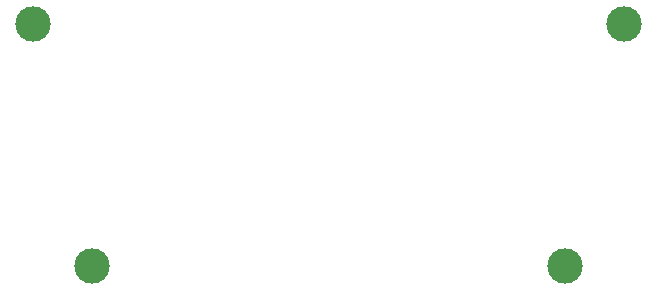
<source format=gbr>
%TF.GenerationSoftware,KiCad,Pcbnew,9.0.2+dfsg-1*%
%TF.CreationDate,2025-08-17T17:02:39-04:00*%
%TF.ProjectId,Basic_Controller,42617369-635f-4436-9f6e-74726f6c6c65,rev?*%
%TF.SameCoordinates,Original*%
%TF.FileFunction,NonPlated,1,2,NPTH,Drill*%
%TF.FilePolarity,Positive*%
%FSLAX46Y46*%
G04 Gerber Fmt 4.6, Leading zero omitted, Abs format (unit mm)*
G04 Created by KiCad (PCBNEW 9.0.2+dfsg-1) date 2025-08-17 17:02:39*
%MOMM*%
%LPD*%
G01*
G04 APERTURE LIST*
%TA.AperFunction,ComponentDrill*%
%ADD10C,3.000000*%
%TD*%
G04 APERTURE END LIST*
D10*
%TO.C,H4*%
X150000000Y-59500000D03*
%TO.C,H3*%
X155000000Y-80000000D03*
%TO.C,H2*%
X195000000Y-80000000D03*
%TO.C,H1*%
X200000000Y-59500000D03*
M02*

</source>
